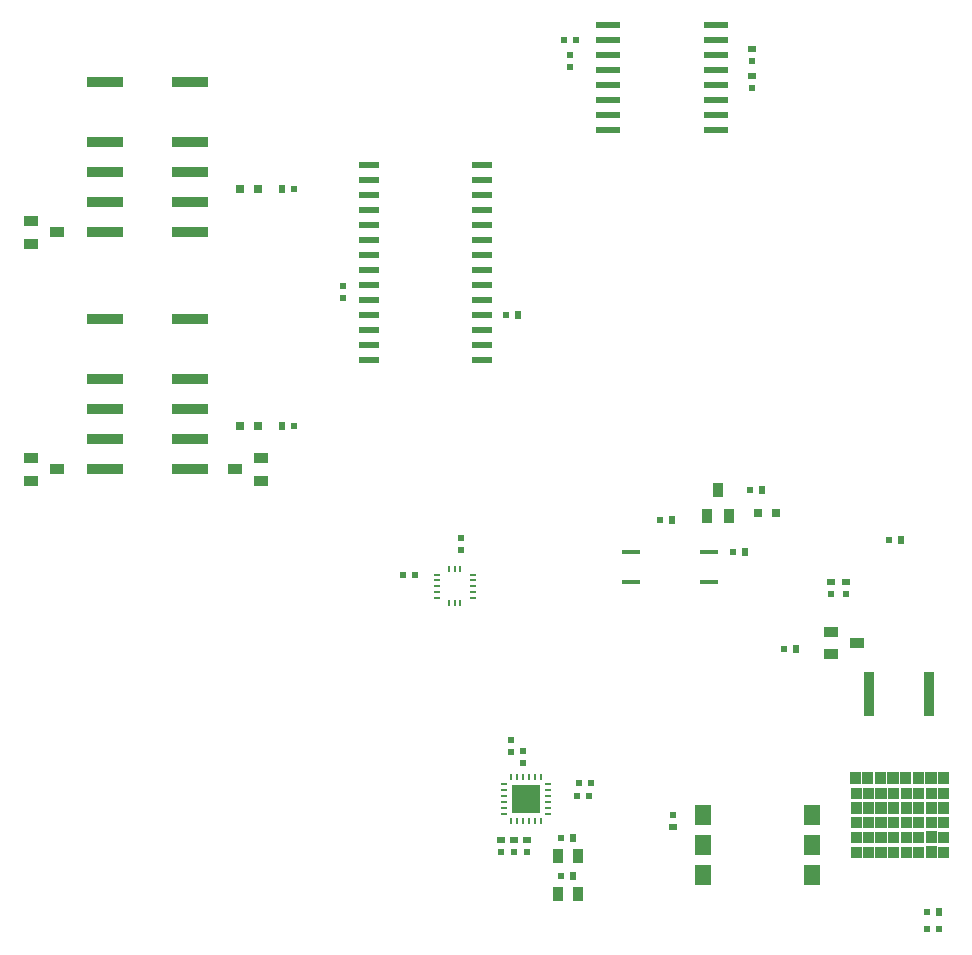
<source format=gtp>
G04*
G04 #@! TF.GenerationSoftware,Altium Limited,Altium Designer,18.1.9 (240)*
G04*
G04 Layer_Color=8421504*
%FSLAX24Y24*%
%MOIN*%
G70*
G01*
G75*
%ADD19R,0.0276X0.0276*%
%ADD20R,0.0354X0.0512*%
%ADD21R,0.0240X0.0260*%
%ADD22R,0.0201X0.0221*%
%ADD23R,0.0594X0.0177*%
%ADD24R,0.0260X0.0240*%
%ADD25R,0.0221X0.0201*%
%ADD26O,0.0256X0.0079*%
%ADD27O,0.0079X0.0207*%
%ADD28R,0.0846X0.0197*%
%ADD29R,0.0669X0.0197*%
%ADD30R,0.1205X0.0354*%
%ADD31R,0.0354X0.0453*%
%ADD32R,0.0512X0.0354*%
%ADD33R,0.0197X0.0059*%
%ADD34R,0.0059X0.0197*%
%ADD35R,0.0945X0.0945*%
%ADD36R,0.0374X0.1465*%
%ADD37R,0.0466X0.0045*%
%ADD38R,0.0559X0.0661*%
G36*
X32674Y3693D02*
X32300D01*
Y4067D01*
X32674D01*
Y3693D01*
D02*
G37*
G36*
X32264D02*
X31890Y3693D01*
X31890Y4067D01*
X32264Y4067D01*
Y3693D01*
D02*
G37*
G36*
X32674Y3203D02*
X32300D01*
Y3577D01*
X32674D01*
Y3203D01*
D02*
G37*
G36*
X32264D02*
X31890D01*
Y3577D01*
X32264D01*
Y3203D01*
D02*
G37*
G36*
X32674Y2703D02*
X32300D01*
Y3077D01*
X32674D01*
Y2703D01*
D02*
G37*
G36*
X32264Y2703D02*
X31890D01*
Y3077D01*
X32264D01*
Y2703D01*
D02*
G37*
G36*
X33514Y3693D02*
X33140D01*
X33140Y4067D01*
X33514D01*
X33514Y3693D01*
D02*
G37*
G36*
X33094Y3693D02*
X32720Y3693D01*
X32720Y4067D01*
X33094D01*
X33094Y3693D01*
D02*
G37*
G36*
X33514Y3203D02*
X33140D01*
Y3577D01*
X33514D01*
Y3203D01*
D02*
G37*
G36*
X33094D02*
X32720D01*
Y3577D01*
X33094D01*
Y3203D01*
D02*
G37*
G36*
X33514Y2703D02*
X33140D01*
Y3077D01*
X33514D01*
Y2703D01*
D02*
G37*
G36*
X33094D02*
X32720D01*
Y3077D01*
X33094D01*
Y2703D01*
D02*
G37*
G36*
X32654Y5547D02*
X32654Y5173D01*
X32280Y5173D01*
Y5547D01*
X32654Y5547D01*
D02*
G37*
G36*
X32244Y5547D02*
X32244Y5173D01*
X31870Y5173D01*
Y5547D01*
X32244Y5547D01*
D02*
G37*
G36*
X32674Y4663D02*
X32300D01*
Y5037D01*
X32674D01*
Y4663D01*
D02*
G37*
G36*
X32264Y5037D02*
Y4663D01*
X31890Y4663D01*
Y5037D01*
X32264Y5037D01*
D02*
G37*
G36*
X32674Y4173D02*
X32300D01*
Y4547D01*
X32674D01*
Y4173D01*
D02*
G37*
G36*
X32264D02*
X31890D01*
Y4547D01*
X32264D01*
Y4173D01*
D02*
G37*
G36*
X33074Y5547D02*
Y5173D01*
X32700Y5173D01*
Y5547D01*
X33074Y5547D01*
D02*
G37*
G36*
X33494Y5173D02*
X33120Y5173D01*
Y5547D01*
X33494D01*
Y5173D01*
D02*
G37*
G36*
X33514Y4663D02*
X33140Y4663D01*
Y5037D01*
X33514Y5037D01*
Y4663D01*
D02*
G37*
G36*
X33094D02*
X32720Y4663D01*
Y5037D01*
X33094Y5037D01*
Y4663D01*
D02*
G37*
G36*
X33514Y4173D02*
X33140D01*
Y4547D01*
X33514D01*
Y4173D01*
D02*
G37*
G36*
X33094D02*
X32720D01*
Y4547D01*
X33094D01*
Y4173D01*
D02*
G37*
G36*
X34354Y4067D02*
Y3693D01*
X33980Y3693D01*
X33980Y4067D01*
X34354Y4067D01*
D02*
G37*
G36*
X33934Y3693D02*
X33560Y3693D01*
Y4067D01*
X33934D01*
Y3693D01*
D02*
G37*
G36*
X34354Y3203D02*
X33980D01*
Y3577D01*
X34354D01*
Y3203D01*
D02*
G37*
G36*
X33934D02*
X33560D01*
Y3577D01*
X33934D01*
Y3203D01*
D02*
G37*
G36*
X34354Y2703D02*
X33980D01*
Y3077D01*
X34354D01*
Y2703D01*
D02*
G37*
G36*
X33934D02*
X33560Y2703D01*
Y3077D01*
X33934D01*
Y2703D01*
D02*
G37*
G36*
X34777Y3696D02*
X34403D01*
Y4070D01*
X34777D01*
Y3696D01*
D02*
G37*
G36*
X35184Y3693D02*
X34810D01*
Y4067D01*
X35184D01*
Y3693D01*
D02*
G37*
G36*
X34777Y3206D02*
X34403Y3206D01*
Y3580D01*
X34777Y3580D01*
Y3206D01*
D02*
G37*
G36*
X35184Y3203D02*
X34810D01*
Y3577D01*
X35184D01*
Y3203D01*
D02*
G37*
G36*
X34777Y2706D02*
X34403Y2706D01*
X34403Y3080D01*
X34777Y3080D01*
Y2706D01*
D02*
G37*
G36*
X35184Y3077D02*
Y2703D01*
X34810Y2703D01*
Y3077D01*
X35184Y3077D01*
D02*
G37*
G36*
X34334Y5173D02*
X33960Y5173D01*
Y5547D01*
X34334Y5547D01*
Y5173D01*
D02*
G37*
G36*
X33914D02*
X33540Y5173D01*
X33540Y5547D01*
X33914D01*
Y5173D01*
D02*
G37*
G36*
X33934Y4663D02*
X33560D01*
Y5037D01*
X33934D01*
Y4663D01*
D02*
G37*
G36*
X34354Y5037D02*
Y4663D01*
X33980Y4663D01*
Y5037D01*
X34354Y5037D01*
D02*
G37*
G36*
Y4173D02*
X33980D01*
Y4547D01*
X34354D01*
Y4173D01*
D02*
G37*
G36*
X33934D02*
X33560D01*
Y4547D01*
X33934Y4547D01*
Y4173D01*
D02*
G37*
G36*
X34757Y5176D02*
X34383D01*
Y5550D01*
X34757D01*
Y5176D01*
D02*
G37*
G36*
X35164Y5173D02*
X34790Y5173D01*
X34790Y5547D01*
X35164D01*
Y5173D01*
D02*
G37*
G36*
X34777Y4666D02*
X34403D01*
Y5040D01*
X34777D01*
Y4666D01*
D02*
G37*
G36*
X35184Y4663D02*
X34810D01*
Y5037D01*
X35184D01*
Y4663D01*
D02*
G37*
G36*
X34777Y4176D02*
X34403Y4176D01*
X34403Y4550D01*
X34777Y4550D01*
Y4176D01*
D02*
G37*
G36*
X35184Y4547D02*
Y4173D01*
X34810D01*
Y4547D01*
X35184Y4547D01*
D02*
G37*
D19*
X28815Y14180D02*
D03*
X29405D02*
D03*
X11550Y25000D02*
D03*
X12141D02*
D03*
X11550Y17100D02*
D03*
X12141D02*
D03*
D20*
X27100Y14110D02*
D03*
X27848D02*
D03*
X27474Y14976D02*
D03*
D21*
X12950Y25000D02*
D03*
X34850Y910D02*
D03*
X30067Y9666D02*
D03*
X22630Y2090D02*
D03*
X20800Y20807D02*
D03*
X33560Y13280D02*
D03*
X28360Y12910D02*
D03*
X25950Y13970D02*
D03*
X28940Y14970D02*
D03*
X12950Y17100D02*
D03*
X22630Y3370D02*
D03*
D22*
X13350Y25000D02*
D03*
X34450Y910D02*
D03*
X29667Y9666D02*
D03*
X22230Y2090D02*
D03*
X22760Y4755D02*
D03*
X23160D02*
D03*
X22830Y5210D02*
D03*
X23230D02*
D03*
X22730Y29960D02*
D03*
X22330D02*
D03*
X20400Y20807D02*
D03*
X34850Y330D02*
D03*
X34450D02*
D03*
X33160Y13280D02*
D03*
X27960Y12910D02*
D03*
X25550Y13970D02*
D03*
X28540Y14970D02*
D03*
X13350Y17100D02*
D03*
X17360Y12140D02*
D03*
X16960D02*
D03*
X22230Y3370D02*
D03*
D23*
X24579Y12900D02*
D03*
Y11900D02*
D03*
X27161Y12900D02*
D03*
Y11900D02*
D03*
D24*
X25980Y3730D02*
D03*
X20230Y3280D02*
D03*
X28600Y29655D02*
D03*
Y28750D02*
D03*
X31730Y11910D02*
D03*
X31230Y11903D02*
D03*
X21120Y3280D02*
D03*
X20680D02*
D03*
D25*
X25980Y4130D02*
D03*
X20980Y5850D02*
D03*
Y6250D02*
D03*
X20560Y6230D02*
D03*
Y6630D02*
D03*
X14988Y21750D02*
D03*
Y21350D02*
D03*
X20230Y2880D02*
D03*
X28600Y29255D02*
D03*
Y28350D02*
D03*
X31730Y11510D02*
D03*
X31230Y11503D02*
D03*
X21120Y2880D02*
D03*
X18910Y12960D02*
D03*
Y13360D02*
D03*
X22550Y29460D02*
D03*
Y29060D02*
D03*
X20680Y2880D02*
D03*
D26*
X18090Y12144D02*
D03*
Y11947D02*
D03*
Y11750D02*
D03*
Y11553D02*
D03*
Y11356D02*
D03*
X19290D02*
D03*
Y11553D02*
D03*
Y11750D02*
D03*
Y11947D02*
D03*
Y12144D02*
D03*
D27*
X18493Y11189D02*
D03*
X18690D02*
D03*
X18887D02*
D03*
Y12311D02*
D03*
X18690D02*
D03*
X18493D02*
D03*
D28*
X23809Y30455D02*
D03*
Y29955D02*
D03*
Y29455D02*
D03*
Y28955D02*
D03*
Y28455D02*
D03*
Y27955D02*
D03*
Y27455D02*
D03*
Y26955D02*
D03*
X27411Y30455D02*
D03*
Y29955D02*
D03*
Y29455D02*
D03*
Y28955D02*
D03*
Y28455D02*
D03*
Y27955D02*
D03*
Y27455D02*
D03*
Y26955D02*
D03*
D29*
X19596Y19307D02*
D03*
Y19807D02*
D03*
Y20307D02*
D03*
Y20807D02*
D03*
Y21307D02*
D03*
Y21807D02*
D03*
Y22307D02*
D03*
Y22807D02*
D03*
Y23307D02*
D03*
Y23807D02*
D03*
Y24307D02*
D03*
Y24807D02*
D03*
Y25307D02*
D03*
Y25807D02*
D03*
X15836Y19307D02*
D03*
Y19807D02*
D03*
Y20307D02*
D03*
Y20807D02*
D03*
Y21307D02*
D03*
Y21807D02*
D03*
Y22307D02*
D03*
Y22807D02*
D03*
Y23307D02*
D03*
Y23807D02*
D03*
Y24307D02*
D03*
Y24807D02*
D03*
Y25307D02*
D03*
Y25807D02*
D03*
D30*
X9875Y23550D02*
D03*
X7025D02*
D03*
X9875Y28550D02*
D03*
Y26550D02*
D03*
Y25550D02*
D03*
Y24550D02*
D03*
X7025D02*
D03*
Y25550D02*
D03*
Y26550D02*
D03*
Y28550D02*
D03*
Y20650D02*
D03*
Y18650D02*
D03*
Y17650D02*
D03*
Y16650D02*
D03*
X9875D02*
D03*
Y17650D02*
D03*
Y18650D02*
D03*
Y20650D02*
D03*
X7025Y15650D02*
D03*
X9875D02*
D03*
D31*
X22795Y1500D02*
D03*
X22125D02*
D03*
X22125Y2770D02*
D03*
X22795D02*
D03*
D32*
X12233Y15276D02*
D03*
Y16024D02*
D03*
X11367Y15650D02*
D03*
X31224Y10230D02*
D03*
Y9482D02*
D03*
X32091Y9856D02*
D03*
X4567Y16024D02*
D03*
Y15276D02*
D03*
X5433Y15650D02*
D03*
Y23550D02*
D03*
X4567Y23176D02*
D03*
Y23924D02*
D03*
D33*
X20340Y5149D02*
D03*
Y4952D02*
D03*
Y4755D02*
D03*
Y4558D02*
D03*
Y4361D02*
D03*
Y4164D02*
D03*
X21817D02*
D03*
Y4361D02*
D03*
Y4558D02*
D03*
Y4755D02*
D03*
Y4952D02*
D03*
Y5149D02*
D03*
D34*
X20587Y3918D02*
D03*
X20783D02*
D03*
X20980D02*
D03*
X21177D02*
D03*
X21374D02*
D03*
X21571D02*
D03*
Y5395D02*
D03*
X21374D02*
D03*
X21177D02*
D03*
X20980D02*
D03*
X20783D02*
D03*
X20587D02*
D03*
D35*
X21079Y4656D02*
D03*
D36*
X34520Y8165D02*
D03*
X32520D02*
D03*
D37*
X33520Y4110D02*
D03*
D38*
X26965Y2140D02*
D03*
X30615D02*
D03*
Y4140D02*
D03*
X26965D02*
D03*
X30615Y3140D02*
D03*
X26965D02*
D03*
M02*

</source>
